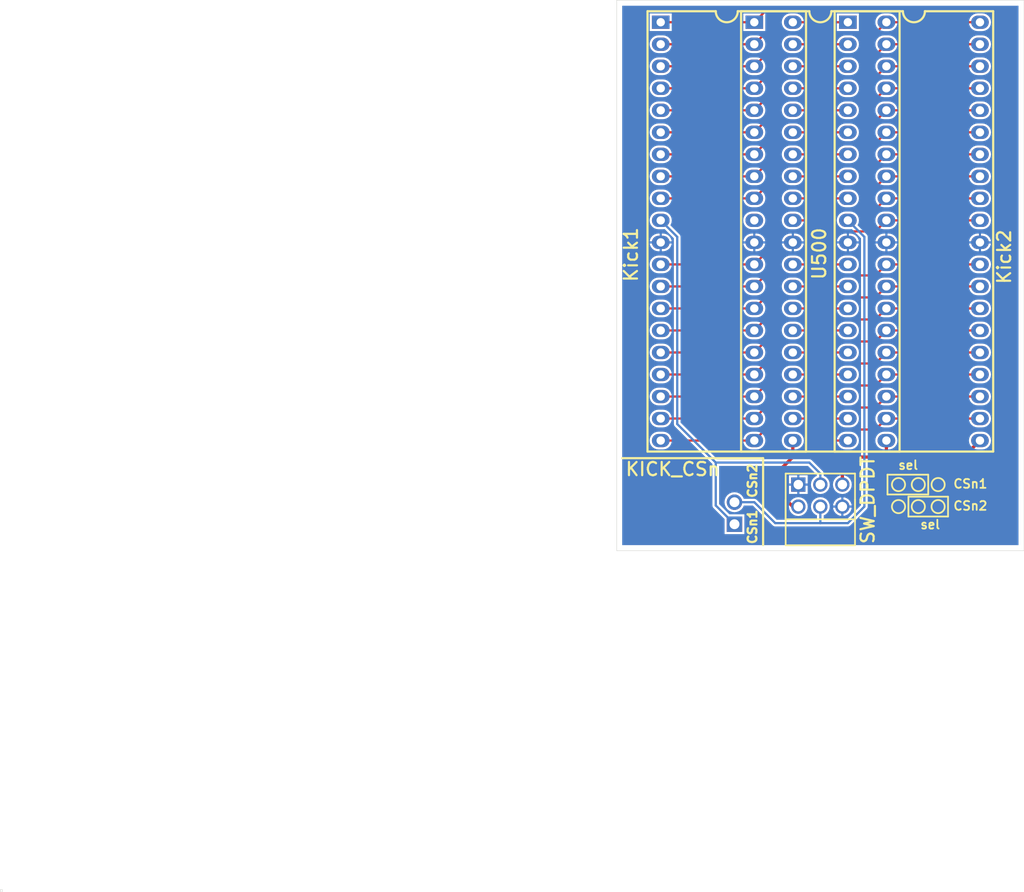
<source format=kicad_pcb>
(kicad_pcb (version 20231014) (generator "pcbnew") (generator_version "7.99")
  (layers (0 "F.Cu" signal "Top Layer") (31 "B.Cu" signal "Bottom Layer") (34 "B.Paste" user "Bottom Paste") (35 "F.Paste" user "Top Paste") (36 "B.SilkS" user "Bottom Overlay") (37 "F.SilkS" user "Top Overlay") (38 "B.Mask" user "Bottom Solder") (39 "F.Mask" user "Top Solder") (44 "Edge.Cuts" user))
  (net 0 "")
  (net 1 "NC")
  (net 2 "GND")
  (net 3 "VCC")
  (net 4 "OEn")
  (net 5 "D15")
  (net 6 "D14")
  (net 7 "D13")
  (net 8 "D12")
  (net 9 "D11")
  (net 10 "D10")
  (net 11 "D9")
  (net 12 "D8")
  (net 13 "D7")
  (net 14 "D6")
  (net 15 "D5")
  (net 16 "D4")
  (net 17 "D3")
  (net 18 "D2")
  (net 19 "D1")
  (net 20 "D0")
  (net 21 "CSn_A")
  (net 22 "CSN_B")
  (net 23 "CSN_A")
  (net 24 "A17")
  (net 25 "A16")
  (net 26 "A15")
  (net 27 "A14")
  (net 28 "A13")
  (net 29 "A12")
  (net 30 "A11")
  (net 31 "A10")
  (net 32 "A9")
  (net 33 "A8")
  (net 34 "A7")
  (net 35 "A6")
  (net 36 "A5")
  (net 37 "A4")
  (net 38 "A3")
  (net 39 "A2")
  (net 40 "A1")
  (net 41 "A0")
  (net 42 "CSn_B")
  (net 43 "CSn_SLOT")
  (footprint "MyConnectors.IntLib:Amphenol   10129382-906002BLF alt" (layer "F.Cu") (at 184.0611 109.4486 180)
    (property "Reference" "SW_DPDT" (at -6.34999 -6.98501 90) (layer "F.SilkS") (effects (font (size 1.524 1.524) (thickness 0.254)) (justify left bottom)))
    (property "Value" "Header 2x3 DSS" (hide yes))
    (fp_line (start 4 1.27) (end -4 1.27) (stroke (width 0.2)) (layer "F.SilkS"))
    (fp_line (start 4 -4) (end 4 1.27) (stroke (width 0.2)) (layer "F.SilkS"))
    (fp_line (start 4 -4) (end -4 -4) (stroke (width 0.2)) (layer "F.SilkS"))
    (fp_line (start 4 -7) (end 4 -1.73) (stroke (width 0.2)) (layer "F.SilkS"))
    (fp_line (start 4 -7) (end -4 -7) (stroke (width 0.2)) (layer "F.SilkS"))
    (fp_line (start -4 -4) (end -4 1.27) (stroke (width 0.2)) (layer "F.SilkS"))
    (fp_line (start -4 -7) (end -4 -1.73) (stroke (width 0.2)) (layer "F.SilkS"))
    (pad "1" thru_hole rect (at 2.54 0 180) (size 1.65 1.65) (drill 1.1) (layers "*.Cu" "*.Mask") (net 2 "GND"))
    (pad "2" thru_hole circle (at 2.54 -2.54 180) (size 1.65 1.65) (drill 1.1) (layers "*.Cu" "*.Mask") (net 3 "VCC"))
    (pad "3" thru_hole circle (at 0 0 180) (size 1.65 1.65) (drill 1.1) (layers "*.Cu" "*.Mask") (net 23 "CSN_A"))
    (pad "4" thru_hole circle (at 0 -2.54 180) (size 1.65 1.65) (drill 1.1) (layers "*.Cu" "*.Mask") (net 22 "CSN_B"))
    (pad "5" thru_hole circle (at -2.54 0 180) (size 1.65 1.65) (drill 1.1) (layers "*.Cu" "*.Mask") (net 3 "VCC"))
    (pad "6" thru_hole circle (at -2.54 -2.54 180) (size 1.65 1.65) (drill 1.1) (layers "*.Cu" "*.Mask") (net 2 "GND"))
  )
  (footprint "MyConnectors.IntLib:Molex 705530001" (layer "F.Cu") (at 174.15509 114.02061 180)
    (property "Reference" "KICK_CSn" (at 12.7 5.461 0) (layer "F.SilkS") (effects (font (size 1.524 1.524) (thickness 0.254)) (justify left bottom)))
    (property "Value" "Header 1x2 DSS" (hide yes))
    (pad "1" thru_hole rect (at 0 0 180) (size 1.778 1.778) (drill 1.143) (layers "*.Cu" "*.Mask") (net 23 "CSN_A"))
    (pad "2" thru_hole circle (at 0 2.54 180) (size 1.778 1.778) (drill 1.143) (layers "*.Cu" "*.Mask") (net 22 "CSN_B"))
  )
  (footprint "MyConnectors.IntLib:DIP40 600mil 2xSIP20 spacer oval" (layer "F.Cu") (at 184.0611 80.2386)
    (property "Reference" "U500" (at 0.76199 5.71501 90) (layer "F.SilkS") (effects (font (size 1.524 1.524) (thickness 0.254)) (justify left bottom)))
    (property "Value" "DIP40 2x20 600mil" (hide yes))
    (fp_line (start -9.144 -25.4) (end -1.27 -25.4) (stroke (width 0.254)) (layer "F.SilkS"))
    (fp_line (start -9.144 25.4) (end -9.144 -25.4) (stroke (width 0.254)) (layer "F.SilkS"))
    (fp_line (start -9.144 25.4) (end 9.144 25.4) (stroke (width 0.254)) (layer "F.SilkS"))
    (fp_line (start 1.27 -25.4) (end 9.144 -25.4) (stroke (width 0.254)) (layer "F.SilkS"))
    (fp_line (start 9.144 25.4) (end 9.144 -25.4) (stroke (width 0.254)) (layer "F.SilkS"))
    (fp_arc (start 1.27 -25.4) (mid 0 -24.13) (end -1.27 -25.4) (stroke (width 0.254)) (layer "F.SilkS"))
    (pad "1" thru_hole rect (at -7.62 -24.13) (size 2.032 1.524) (drill 0.9652) (layers "*.Cu" "*.Mask") (net 1 "NC"))
    (pad "2" thru_hole oval (at -7.62 -21.59) (size 2.032 1.524) (drill 0.9652) (layers "*.Cu" "*.Mask") (net 34 "A7"))
    (pad "3" thru_hole oval (at -7.62 -19.05) (size 2.032 1.524) (drill 0.9652) (layers "*.Cu" "*.Mask") (net 35 "A6"))
    (pad "4" thru_hole oval (at -7.62 -16.51) (size 2.032 1.524) (drill 0.9652) (layers "*.Cu" "*.Mask") (net 36 "A5"))
    (pad "5" thru_hole oval (at -7.62 -13.97) (size 2.032 1.524) (drill 0.9652) (layers "*.Cu" "*.Mask") (net 37 "A4"))
    (pad "6" thru_hole oval (at -7.62 -11.43) (size 2.032 1.524) (drill 0.9652) (layers "*.Cu" "*.Mask") (net 38 "A3"))
    (pad "7" thru_hole oval (at -7.62 -8.89) (size 2.032 1.524) (drill 0.9652) (layers "*.Cu" "*.Mask") (net 39 "A2"))
    (pad "8" thru_hole oval (at -7.62 -6.35) (size 2.032 1.524) (drill 0.9652) (layers "*.Cu" "*.Mask") (net 40 "A1"))
    (pad "9" thru_hole oval (at -7.62 -3.81) (size 2.032 1.524) (drill 0.9652) (layers "*.Cu" "*.Mask") (net 41 "A0"))
    (pad "10" thru_hole oval (at -7.62 -1.27) (size 2.032 1.524) (drill 0.9652) (layers "*.Cu" "*.Mask") (net 43 "CSn_SLOT"))
    (pad "11" thru_hole oval (at -7.62 1.27) (size 2.032 1.524) (drill 0.9652) (layers "*.Cu" "*.Mask") (net 2 "GND"))
    (pad "12" thru_hole oval (at -7.62 3.81) (size 2.032 1.524) (drill 0.9652) (layers "*.Cu" "*.Mask") (net 4 "OEn"))
    (pad "13" thru_hole oval (at -7.62 6.35) (size 2.032 1.524) (drill 0.9652) (layers "*.Cu" "*.Mask") (net 20 "D0"))
    (pad "14" thru_hole oval (at -7.62 8.89) (size 2.032 1.524) (drill 0.9652) (layers "*.Cu" "*.Mask") (net 12 "D8"))
    (pad "15" thru_hole oval (at -7.62 11.43) (size 2.032 1.524) (drill 0.9652) (layers "*.Cu" "*.Mask") (net 19 "D1"))
    (pad "16" thru_hole oval (at -7.62 13.97) (size 2.032 1.524) (drill 0.9652) (layers "*.Cu" "*.Mask") (net 11 "D9"))
    (pad "17" thru_hole oval (at -7.62 16.51) (size 2.032 1.524) (drill 0.9652) (layers "*.Cu" "*.Mask") (net 18 "D2"))
    (pad "18" thru_hole oval (at -7.62 19.05) (size 2.032 1.524) (drill 0.9652) (layers "*.Cu" "*.Mask") (net 10 "D10"))
    (pad "19" thru_hole oval (at -7.62 21.59) (size 2.032 1.524) (drill 0.9652) (layers "*.Cu" "*.Mask") (net 17 "D3"))
    (pad "20" thru_hole oval (at -7.62 24.13) (size 2.032 1.524) (drill 0.9652) (layers "*.Cu" "*.Mask") (net 9 "D11"))
    (pad "21" thru_hole oval (at 7.62 24.13 180) (size 2.032 1.524) (drill 0.9652) (layers "*.Cu" "*.Mask") (net 3 "VCC"))
    (pad "22" thru_hole oval (at 7.62 21.59 180) (size 2.032 1.524) (drill 0.9652) (layers "*.Cu" "*.Mask") (net 16 "D4"))
    (pad "23" thru_hole oval (at 7.62 19.05 180) (size 2.032 1.524) (drill 0.9652) (layers "*.Cu" "*.Mask") (net 8 "D12"))
    (pad "24" thru_hole oval (at 7.62 16.51 180) (size 2.032 1.524) (drill 0.9652) (layers "*.Cu" "*.Mask") (net 15 "D5"))
    (pad "25" thru_hole oval (at 7.62 13.97 180) (size 2.032 1.524) (drill 0.9652) (layers "*.Cu" "*.Mask") (net 7 "D13"))
    (pad "26" thru_hole oval (at 7.62 11.43 180) (size 2.032 1.524) (drill 0.9652) (layers "*.Cu" "*.Mask") (net 14 "D6"))
    (pad "27" thru_hole oval (at 7.62 8.89 180) (size 2.032 1.524) (drill 0.9652) (layers "*.Cu" "*.Mask") (net 6 "D14"))
    (pad "28" thru_hole oval (at 7.62 6.35 180) (size 2.032 1.524) (drill 0.9652) (layers "*.Cu" "*.Mask") (net 13 "D7"))
    (pad "29" thru_hole oval (at 7.62 3.81 180) (size 2.032 1.524) (drill 0.9652) (layers "*.Cu" "*.Mask") (net 5 "D15"))
    (pad "30" thru_hole oval (at 7.62 1.27 180) (size 2.032 1.524) (drill 0.9652) (layers "*.Cu" "*.Mask") (net 2 "GND"))
    (pad "31" thru_hole oval (at 7.62 -1.27 180) (size 2.032 1.524) (drill 0.9652) (layers "*.Cu" "*.Mask") (net 24 "A17"))
    (pad "32" thru_hole oval (at 7.62 -3.81 180) (size 2.032 1.524) (drill 0.9652) (layers "*.Cu" "*.Mask") (net 25 "A16"))
    (pad "33" thru_hole oval (at 7.62 -6.35) (size 2.032 1.524) (drill 0.9652) (layers "*.Cu" "*.Mask") (net 26 "A15"))
    (pad "34" thru_hole oval (at 7.62 -8.89) (size 2.032 1.524) (drill 0.9652) (layers "*.Cu" "*.Mask") (net 27 "A14"))
    (pad "35" thru_hole oval (at 7.62 -11.43) (size 2.032 1.524) (drill 0.9652) (layers "*.Cu" "*.Mask") (net 28 "A13"))
    (pad "36" thru_hole oval (at 7.62 -13.97) (size 2.032 1.524) (drill 0.9652) (layers "*.Cu" "*.Mask") (net 29 "A12"))
    (pad "37" thru_hole oval (at 7.62 -16.51) (size 2.032 1.524) (drill 0.9652) (layers "*.Cu" "*.Mask") (net 30 "A11"))
    (pad "38" thru_hole oval (at 7.62 -19.05) (size 2.032 1.524) (drill 0.9652) (layers "*.Cu" "*.Mask") (net 31 "A10"))
    (pad "39" thru_hole oval (at 7.62 -21.59) (size 2.032 1.524) (drill 0.9652) (layers "*.Cu" "*.Mask") (net 32 "A9"))
    (pad "40" thru_hole oval (at 7.62 -24.13) (size 2.032 1.524) (drill 0.9652) (layers "*.Cu" "*.Mask") (net 33 "A8"))
  )
  (footprint "MyConnectors.IntLib:DIP40 600mil 2xSIP20 oval" (layer "F.Cu") (at 194.85609 80.23861)
    (property "Reference" "Kick2" (at 11.303 6.223 90) (layer "F.SilkS") (effects (font (size 1.524 1.524) (thickness 0.254)) (justify left bottom)))
    (property "Value" "DIP40 2x20 600mil" (hide yes))
    (fp_line (start -9.144 -25.4) (end -1.27 -25.4) (stroke (width 0.254)) (layer "F.SilkS"))
    (fp_line (start -9.144 25.4) (end -9.144 -25.4) (stroke (width 0.254)) (layer "F.SilkS"))
    (fp_line (start -9.144 25.4) (end 9.144 25.4) (stroke (width 0.254)) (layer "F.SilkS"))
    (fp_line (start 1.27 -25.4) (end 9.144 -25.4) (stroke (width 0.254)) (layer "F.SilkS"))
    (fp_line (start 9.144 25.4) (end 9.144 -25.4) (stroke (width 0.254)) (layer "F.SilkS"))
    (fp_arc (start 1.27 -25.4) (mid 0 -24.13) (end -1.27 -25.4) (stroke (width 0.254)) (layer "F.SilkS"))
    (pad "1" thru_hole rect (at -7.62 -24.13) (size 2.032 1.524) (drill 0.9652) (layers "*.Cu" "*.Mask") (net 1 "NC"))
    (pad "2" thru_hole oval (at -7.62 -21.59) (size 2.032 1.524) (drill 0.9652) (layers "*.Cu" "*.Mask") (net 34 "A7"))
    (pad "3" thru_hole oval (at -7.62 -19.05) (size 2.032 1.524) (drill 0.9652) (layers "*.Cu" "*.Mask") (net 35 "A6"))
    (pad "4" thru_hole oval (at -7.62 -16.51) (size 2.032 1.524) (drill 0.9652) (layers "*.Cu" "*.Mask") (net 36 "A5"))
    (pad "5" thru_hole oval (at -7.62 -13.97) (size 2.032 1.524) (drill 0.9652) (layers "*.Cu" "*.Mask") (net 37 "A4"))
    (pad "6" thru_hole oval (at -7.62 -11.43) (size 2.032 1.524) (drill 0.9652) (layers "*.Cu" "*.Mask") (net 38 "A3"))
    (pad "7" thru_hole oval (at -7.62 -8.89) (size 2.032 1.524) (drill 0.9652) (layers "*.Cu" "*.Mask") (net 39 "A2"))
    (pad "8" thru_hole oval (at -7.62 -6.35) (size 2.032 1.524) (drill 0.9652) (layers "*.Cu" "*.Mask") (net 40 "A1"))
    (pad "9" thru_hole oval (at -7.62 -3.81) (size 2.032 1.524) (drill 0.9652) (layers "*.Cu" "*.Mask") (net 41 "A0"))
    (pad "10" thru_hole oval (at -7.62 -1.27) (size 2.032 1.524) (drill 0.9652) (layers "*.Cu" "*.Mask") (net 42 "CSn_B"))
    (pad "11" thru_hole oval (at -7.62 1.27) (size 2.032 1.524) (drill 0.9652) (layers "*.Cu" "*.Mask") (net 2 "GND"))
    (pad "12" thru_hole oval (at -7.62 3.81) (size 2.032 1.524) (drill 0.9652) (layers "*.Cu" "*.Mask") (net 4 "OEn"))
    (pad "13" thru_hole oval (at -7.62 6.35) (size 2.032 1.524) (drill 0.9652) (layers "*.Cu" "*.Mask") (net 20 "D0"))
    (pad "14" thru_hole oval (at -7.62 8.89) (size 2.032 1.524) (drill 0.9652) (layers "*.Cu" "*.Mask") (net 12 "D8"))
    (pad "15" thru_hole oval (at -7.62 11.43) (size 2.032 1.524) (drill 0.9652) (layers "*.Cu" "*.Mask") (net 19 "D1"))
    (pad "16" thru_hole oval (at -7.62 13.97) (size 2.032 1.524) (drill 0.9652) (layers "*.Cu" "*.Mask") (net 11 "D9"))
    (pad "17" thru_hole oval (at -7.62 16.51) (size 2.032 1.524) (drill 0.9652) (layers "*.Cu" "*.Mask") (net 18 "D2"))
    (pad "18" thru_hole oval (at -7.62 19.05) (size 2.032 1.524) (drill 0.9652) (layers "*.Cu" "*.Mask") (net 10 "D10"))
    (pad "19" thru_hole oval (at -7.62 21.59) (size 2.032 1.524) (drill 0.9652) (layers "*.Cu" "*.Mask") (net 17 "D3"))
    (pad "20" thru_hole oval (at -7.62 24.13) (size 2.032 1.524) (drill 0.9652) (layers "*.Cu" "*.Mask") (net 9 "D11"))
    (pad "21" thru_hole oval (at 7.62 24.13 180) (size 2.032 1.524) (drill 0.9652) (layers "*.Cu" "*.Mask") (net 3 "VCC"))
    (pad "22" thru_hole oval (at 7.62 21.59 180) (size 2.032 1.524) (drill 0.9652) (layers "*.Cu" "*.Mask") (net 16 "D4"))
    (pad "23" thru_hole oval (at 7.62 19.05 180) (size 2.032 1.524) (drill 0.9652) (layers "*.Cu" "*.Mask") (net 8 "D12"))
    (pad "24" thru_hole oval (at 7.62 16.51 180) (size 2.032 1.524) (drill 0.9652) (layers "*.Cu" "*.Mask") (net 15 "D5"))
    (pad "25" thru_hole oval (at 7.62 13.97 180) (size 2.032 1.524) (drill 0.9652) (layers "*.Cu" "*.Mask") (net 7 "D13"))
    (pad "26" thru_hole oval (at 7.62 11.43 180) (size 2.032 1.524) (drill 0.9652) (layers "*.Cu" "*.Mask") (net 14 "D6"))
    (pad "27" thru_hole oval (at 7.62 8.89 180) (size 2.032 1.524) (drill 0.9652) (layers "*.Cu" "*.Mask") (net 6 "D14"))
    (pad "28" thru_hole oval (at 7.62 6.35 180) (size 2.032 1.524) (drill 0.9652) (layers "*.Cu" "*.Mask") (net 13 "D7"))
    (pad "29" thru_hole oval (at 7.62 3.81 180) (size 2.032 1.524) (drill 0.9652) (layers "*.Cu" "*.Mask") (net 5 "D15"))
    (pad "30" thru_hole oval (at 7.62 1.27 180) (size 2.032 1.524) (drill 0.9652) (layers "*.Cu" "*.Mask") (net 2 "GND"))
    (pad "31" thru_hole oval (at 7.62 -1.27 180) (size 2.032 1.524) (drill 0.9652) (layers "*.Cu" "*.Mask") (net 24 "A17"))
    (pad "32" thru_hole oval (at 7.62 -3.81 180) (size 2.032 1.524) (drill 0.9652) (layers "*.Cu" "*.Mask") (net 25 "A16"))
    (pad "33" thru_hole oval (at 7.62 -6.35) (size 2.032 1.524) (drill 0.9652) (layers "*.Cu" "*.Mask") (net 26 "A15"))
    (pad "34" thru_hole oval (at 7.62 -8.89) (size 2.032 1.524) (drill 0.9652) (layers "*.Cu" "*.Mask") (net 27 "A14"))
    (pad "35" thru_hole oval (at 7.62 -11.43) (size 2.032 1.524) (drill 0.9652) (layers "*.Cu" "*.Mask") (net 28 "A13"))
    (pad "36" thru_hole oval (at 7.62 -13.97) (size 2.032 1.524) (drill 0.9652) (layers "*.Cu" "*.Mask") (net 29 "A12"))
    (pad "37" thru_hole oval (at 7.62 -16.51) (size 2.032 1.524) (drill 0.9652) (layers "*.Cu" "*.Mask") (net 30 "A11"))
    (pad "38" thru_hole oval (at 7.62 -19.05) (size 2.032 1.524) (drill 0.9652) (layers "*.Cu" "*.Mask") (net 31 "A10"))
    (pad "39" thru_hole oval (at 7.62 -21.59) (size 2.032 1.524) (drill 0.9652) (layers "*.Cu" "*.Mask") (net 32 "A9"))
    (pad "40" thru_hole oval (at 7.62 -24.13) (size 2.032 1.524) (drill 0.9652) (layers "*.Cu" "*.Mask") (net 33 "A8"))
  )
  (footprint "MyConnectors.IntLib:DIP40 600mil 2xSIP20 oval" (layer "F.Cu") (at 173.2661 80.2386)
    (property "Reference" "Kick1" (at -10.16001 5.96901 90) (layer "F.SilkS") (effects (font (size 1.524 1.524) (thickness 0.254)) (justify left bottom)))
    (property "Value" "DIP40 2x20 600mil" (hide yes))
    (fp_line (start -9.144 -25.4) (end -1.27 -25.4) (stroke (width 0.254)) (layer "F.SilkS"))
    (fp_line (start -9.144 25.4) (end -9.144 -25.4) (stroke (width 0.254)) (layer "F.SilkS"))
    (fp_line (start -9.144 25.4) (end 9.144 25.4) (stroke (width 0.254)) (layer "F.SilkS"))
    (fp_line (start 1.27 -25.4) (end 9.144 -25.4) (stroke (width 0.254)) (layer "F.SilkS"))
    (fp_line (start 9.144 25.4) (end 9.144 -25.4) (stroke (width 0.254)) (layer "F.SilkS"))
    (fp_arc (start 1.27 -25.4) (mid 0 -24.13) (end -1.27 -25.4) (stroke (width 0.254)) (layer "F.SilkS"))
    (pad "1" thru_hole rect (at -7.62 -24.13) (size 2.032 1.524) (drill 0.9652) (layers "*.Cu" "*.Mask") (net 1 "NC"))
    (pad "2" thru_hole oval (at -7.62 -21.59) (size 2.032 1.524) (drill 0.9652) (layers "*.Cu" "*.Mask") (net 34 "A7"))
    (pad "3" thru_hole oval (at -7.62 -19.05) (size 2.032 1.524) (drill 0.9652) (layers "*.Cu" "*.Mask") (net 35 "A6"))
    (pad "4" thru_hole oval (at -7.62 -16.51) (size 2.032 1.524) (drill 0.9652) (layers "*.Cu" "*.Mask") (net 36 "A5"))
    (pad "5" thru_hole oval (at -7.62 -13.97) (size 2.032 1.524) (drill 0.9652) (layers "*.Cu" "*.Mask") (net 37 "A4"))
    (pad "6" thru_hole oval (at -7.62 -11.43) (size 2.032 1.524) (drill 0.9652) (layers "*.Cu" "*.Mask") (net 38 "A3"))
    (pad "7" thru_hole oval (at -7.62 -8.89) (size 2.032 1.524) (drill 0.9652) (layers "*.Cu" "*.Mask") (net 39 "A2"))
    (pad "8" thru_hole oval (at -7.62 -6.35) (size 2.032 1.524) (drill 0.9652) (layers "*.Cu" "*.Mask") (net 40 "A1"))
    (pad "9" thru_hole oval (at -7.62 -3.81) (size 2.032 1.524) (drill 0.9652) (layers "*.Cu" "*.Mask") (net 41 "A0"))
    (pad "10" thru_hole oval (at -7.62 -1.27) (size 2.032 1.524) (drill 0.9652) (layers "*.Cu" "*.Mask") (net 21 "CSn_A"))
    (pad "11" thru_hole oval (at -7.62 1.27) (size 2.032 1.524) (drill 0.9652) (layers "*.Cu" "*.Mask") (net 2 "GND"))
    (pad "12" thru_hole oval (at -7.62 3.81) (size 2.032 1.524) (drill 0.9652) (layers "*.Cu" "*.Mask") (net 4 "OEn"))
    (pad "13" thru_hole oval (at -7.62 6.35) (size 2.032 1.524) (drill 0.9652) (layers "*.Cu" "*.Mask") (net 20 "D0"))
    (pad "14" thru_hole oval (at -7.62 8.89) (size 2.032 1.524) (drill 0.9652) (layers "*.Cu" "*.Mask") (net 12 "D8"))
    (pad "15" thru_hole oval (at -7.62 11.43) (size 2.032 1.524) (drill 0.9652) (layers "*.Cu" "*.Mask") (net 19 "D1"))
    (pad "16" thru_hole oval (at -7.62 13.97) (size 2.032 1.524) (drill 0.9652) (layers "*.Cu" "*.Mask") (net 11 "D9"))
    (pad "17" thru_hole oval (at -7.62 16.51) (size 2.032 1.524) (drill 0.9652) (layers "*.Cu" "*.Mask") (net 18 "D2"))
    (pad "18" thru_hole oval (at -7.62 19.05) (size 2.032 1.524) (drill 0.9652) (layers "*.Cu" "*.Mask") (net 10 "D10"))
    (pad "19" thru_hole oval (at -7.62 21.59) (size 2.032 1.524) (drill 0.9652) (layers "*.Cu" "*.Mask") (net 17 "D3"))
    (pad "20" thru_hole oval (at -7.62 24.13) (size 2.032 1.524) (drill 0.9652) (layers "*.Cu" "*.Mask") (net 9 "D11"))
    (pad "21" thru_hole oval (at 7.62 24.13 180) (size 2.032 1.524) (drill 0.9652) (layers "*.Cu" "*.Mask") (net 3 "VCC"))
    (pad "22" thru_hole oval (at 7.62 21.59 180) (size 2.032 1.524) (drill 0.9652) (layers "*.Cu" "*.Mask") (net 16 "D4"))
    (pad "23" thru_hole oval (at 7.62 19.05 180) (size 2.032 1.524) (drill 0.9652) (layers "*.Cu" "*.Mask") (net 8 "D12"))
    (pad "24" thru_hole oval (at 7.62 16.51 180) (size 2.032 1.524) (drill 0.9652) (layers "*.Cu" "*.Mask") (net 15 "D5"))
    (pad "25" thru_hole oval (at 7.62 13.97 180) (size 2.032 1.524) (drill 0.9652) (layers "*.Cu" "*.Mask") (net 7 "D13"))
    (pad "26" thru_hole oval (at 7.62 11.43 180) (size 2.032 1.524) (drill 0.9652) (layers "*.Cu" "*.Mask") (net 14 "D6"))
    (pad "27" thru_hole oval (at 7.62 8.89 180) (size 2.032 1.524) (drill 0.9652) (layers "*.Cu" "*.Mask") (net 6 "D14"))
    (pad "28" thru_hole oval (at 7.62 6.35 180) (size 2.032 1.524) (drill 0.9652) (layers "*.Cu" "*.Mask") (net 13 "D7"))
    (pad "29" thru_hole oval (at 7.62 3.81 180) (size 2.032 1.524) (drill 0.9652) (layers "*.Cu" "*.Mask") (net 5 "D15"))
    (pad "30" thru_hole oval (at 7.62 1.27 180) (size 2.032 1.524) (drill 0.9652) (layers "*.Cu" "*.Mask") (net 2 "GND"))
    (pad "31" thru_hole oval (at 7.62 -1.27 180) (size 2.032 1.524) (drill 0.9652) (layers "*.Cu" "*.Mask") (net 24 "A17"))
    (pad "32" thru_hole oval (at 7.62 -3.81 180) (size 2.032 1.524) (drill 0.9652) (layers "*.Cu" "*.Mask") (net 25 "A16"))
    (pad "33" thru_hole oval (at 7.62 -6.35) (size 2.032 1.524) (drill 0.9652) (layers "*.Cu" "*.Mask") (net 26 "A15"))
    (pad "34" thru_hole oval (at 7.62 -8.89) (size 2.032 1.524) (drill 0.9652) (layers "*.Cu" "*.Mask") (net 27 "A14"))
    (pad "35" thru_hole oval (at 7.62 -11.43) (size 2.032 1.524) (drill 0.9652) (layers "*.Cu" "*.Mask") (net 28 "A13"))
    (pad "36" thru_hole oval (at 7.62 -13.97) (size 2.032 1.524) (drill 0.9652) (layers "*.Cu" "*.Mask") (net 29 "A12"))
    (pad "37" thru_hole oval (at 7.62 -16.51) (size 2.032 1.524) (drill 0.9652) (layers "*.Cu" "*.Mask") (net 30 "A11"))
    (pad "38" thru_hole oval (at 7.62 -19.05) (size 2.032 1.524) (drill 0.9652) (layers "*.Cu" "*.Mask") (net 31 "A10"))
    (pad "39" thru_hole oval (at 7.62 -21.59) (size 2.032 1.524) (drill 0.9652) (layers "*.Cu" "*.Mask") (net 32 "A9"))
    (pad "40" thru_hole oval (at 7.62 -24.13) (size 2.032 1.524) (drill 0.9652) (layers "*.Cu" "*.Mask") (net 33 "A8"))
  )
  (gr_line (start 191.80809 108.30561) (end 196.50709 108.30561) (stroke (width 0.2032)) (layer "F.SilkS"))
  (gr_circle (center 197.65009 111.98861) (end 197.65009 111.22661) (stroke (width 0.2032)) (fill none) (layer "F.SilkS"))
  (gr_line (start 196.50709 110.59161) (end 196.50709 108.30561) (stroke (width 0.2032)) (layer "F.SilkS"))
  (gr_circle (center 193.07809 109.44861) (end 193.07809 108.68661) (stroke (width 0.2032)) (fill none) (layer "F.SilkS"))
  (gr_line (start 194.22109 113.13161) (end 194.22109 110.84561) (stroke (width 0.2032)) (layer "F.SilkS"))
  (gr_line (start 161.20109 106.40061) (end 177.45709 106.40061) (stroke (width 0.254)) (layer "F.SilkS"))
  (gr_line (start 191.80809 110.59161) (end 196.50709 110.59161) (stroke (width 0.2032)) (layer "F.SilkS"))
  (gr_circle (center 197.65009 109.44861) (end 197.65009 108.68661) (stroke (width 0.2032)) (fill none) (layer "F.SilkS"))
  (gr_circle (center 195.36409 111.98861) (end 195.36409 111.22661) (stroke (width 0.2032)) (fill none) (layer "F.SilkS"))
  (gr_line (start 177.45709 116.43361) (end 177.45709 106.40061) (stroke (width 0.254)) (layer "F.SilkS"))
  (gr_circle (center 195.36409 109.44861) (end 195.36409 108.68661) (stroke (width 0.2032)) (fill none) (layer "F.SilkS"))
  (gr_circle (center 193.07809 111.98861) (end 193.07809 111.22661) (stroke (width 0.2032)) (fill none) (layer "F.SilkS"))
  (gr_line (start 198.79309 113.13161) (end 198.79309 110.84561) (stroke (width 0.2032)) (layer "F.SilkS"))
  (gr_line (start 194.22109 113.13161) (end 198.79309 113.13161) (stroke (width 0.2032)) (layer "F.SilkS"))
  (gr_line (start 194.22109 110.84561) (end 198.79309 110.84561) (stroke (width 0.2032)) (layer "F.SilkS"))
  (gr_line (start 191.80809 110.59161) (end 191.80809 108.30561) (stroke (width 0.2032)) (layer "F.SilkS"))
  (gr_line (start 89.7001 156.1846) (end 89.4461 156.1846) (stroke (width 0.05)) (layer "Edge.Cuts"))
  (gr_line (start 89.4461 156.1846) (end 89.4461 156.4386) (stroke (width 0.05)) (layer "Edge.Cuts"))
  (gr_line (start 160.5661 53.5686) (end 160.5661 117.0686) (stroke (width 0.05)) (layer "Edge.Cuts"))
  (gr_line (start 160.5661 117.0686) (end 207.5561 117.0686) (stroke (width 0.05)) (layer "Edge.Cuts"))
  (gr_line (start 207.5561 117.0686) (end 207.5561 53.5686) (stroke (width 0.05)) (layer "Edge.Cuts"))
  (gr_line (start 89.4461 156.4386) (end 89.7001 156.4386) (stroke (width 0.05)) (layer "Edge.Cuts"))
  (gr_line (start 89.7001 156.4386) (end 89.7001 156.1846) (stroke (width 0.05)) (layer "Edge.Cuts"))
  (gr_line (start 207.5561 53.5686) (end 160.5661 53.5686) (stroke (width 0.05)) (layer "Edge.Cuts"))
  (gr_text "sel" (at 195.49109 114.65561 360) (layer "F.SilkS") (effects (font (size 1.016 1.016) (thickness 0.2032)) (justify left bottom)))
  (gr_text "CSn1" (at 176.82209 116.43361 90) (layer "F.SilkS") (effects (font (size 1.016 1.016) (thickness 0.254)) (justify left bottom)))
  (gr_text "CSn1" (at 199.30109 109.95661 360) (layer "F.SilkS") (effects (font (size 1.016 1.016) (thickness 0.2032)) (justify left bottom)))
  (gr_text "CSn2" (at 199.30109 112.49661 360) (layer "F.SilkS") (effects (font (size 1.016 1.016) (thickness 0.2032)) (justify left bottom)))
  (gr_text "sel" (at 192.95109 107.79761 360) (layer "F.SilkS") (effects (font (size 1.016 1.016) (thickness 0.2032)) (justify left bottom)))
  (gr_text "CSn2" (at 176.82209 111.09961 90) (layer "F.SilkS") (effects (font (size 1.016 1.016) (thickness 0.254)) (justify left bottom)))
  (segment (start 181.42771 54.8386) (end 183.4261 54.8386) (width 0.254) (layer "F.Cu") (net 1))
  (segment (start 176.4411 56.1086) (end 177.7221 54.8276) (width 0.254) (layer "F.Cu") (net 1))
  (segment (start 184.6961 56.1086) (end 187.2361 56.1086) (width 0.254) (layer "F.Cu") (net 1))
  (segment (start 177.7221 54.8276) (end 181.41671 54.8276) (width 0.254) (layer "F.Cu") (net 1))
  (segment (start 183.4261 54.8386) (end 184.6961 56.1086) (width 0.254) (layer "F.Cu") (net 1))
  (segment (start 165.6461 56.1086) (end 176.4411 56.1086) (width 0.254) (layer "F.Cu") (net 1))
  (segment (start 181.41671 54.8276) (end 181.42771 54.8386) (width 0.254) (layer "F.Cu") (net 1))
  (segment (start 191.6811 106.2736) (end 191.6811 104.3686) (width 0.381) (layer "F.Cu") (net 3))
  (segment (start 191.6811 106.2736) (end 200.5711 106.2736) (width 0.381) (layer "F.Cu") (net 3))
  (segment (start 180.8861 106.2736) (end 180.8861 104.3686) (width 0.381) (layer "F.Cu") (net 3))
  (segment (start 179.6161 110.7186) (end 179.6161 107.5436) (width 0.381) (layer "F.Cu") (net 3))
  (segment (start 200.5711 106.2736) (end 202.4761 104.3686) (width 0.381) (layer "F.Cu") (net 3))
  (segment (start 179.6161 110.7186) (end 180.8861 111.9886) (width 0.381) (layer "F.Cu") (net 3))
  (segment (start 180.8861 106.2736) (end 186.6011 106.2736) (width 0.381) (layer "F.Cu") (net 3))
  (segment (start 179.6161 107.5436) (end 180.8861 106.2736) (width 0.381) (layer "F.Cu") (net 3))
  (segment (start 180.8861 111.9886) (end 181.5211 111.9886) (width 0.381) (layer "F.Cu") (net 3))
  (segment (start 186.6011 106.2736) (end 191.6811 106.2736) (width 0.381) (layer "F.Cu") (net 3))
  (segment (start 186.6011 109.4486) (end 186.6011 106.2736) (width 0.381) (layer "F.Cu") (net 3))
  (segment (start 183.4261 82.7786) (end 184.6961 84.0486) (width 0.254) (layer "F.Cu") (net 4))
  (segment (start 177.7111 82.7786) (end 183.4261 82.7786) (width 0.254) (layer "F.Cu") (net 4))
  (segment (start 184.6961 84.0486) (end 187.2361 84.0486) (width 0.254) (layer "F.Cu") (net 4))
  (segment (start 165.6461 84.0486) (end 176.4411 84.0486) (width 0.254) (layer "F.Cu") (net 4))
  (segment (start 176.4411 84.0486) (end 177.7111 82.7786) (width 0.254) (layer "F.Cu") (net 4))
  (segment (start 180.8861 84.0486) (end 183.4261 84.0486) (width 0.254) (layer "F.Cu") (net 5))
  (segment (start 190.4111 85.3186) (end 191.6811 84.0486) (width 0.254) (layer "F.Cu") (net 5))
  (segment (start 184.6961 85.3186) (end 190.4111 85.3186) (width 0.254) (layer "F.Cu") (net 5))
  (segment (start 191.6811 84.0486) (end 202.4761 84.0486) (width 0.254) (layer "F.Cu") (net 5))
  (segment (start 183.4261 84.0486) (end 184.6961 85.3186) (width 0.254) (layer "F.Cu") (net 5))
  (segment (start 191.6811 89.1286) (end 202.4761 89.1286) (width 0.254) (layer "F.Cu") (net 6))
  (segment (start 184.6961 90.3986) (end 190.4111 90.3986) (width 0.254) (layer "F.Cu") (net 6))
  (segment (start 190.4111 90.3986) (end 191.6811 89.1286) (width 0.254) (layer "F.Cu") (net 6))
  (segment (start 183.4261 89.1286) (end 184.6961 90.3986) (width 0.254) (layer "F.Cu") (net 6))
  (segment (start 180.8861 89.1286) (end 183.4261 89.1286) (width 0.254) (layer "F.Cu") (net 6))
  (segment (start 190.4111 95.4786) (end 191.6811 94.2086) (width 0.254) (layer "F.Cu") (net 7))
  (segment (start 191.6811 94.2086) (end 202.4761 94.2086) (width 0.254) (layer "F.Cu") (net 7))
  (segment (start 180.8861 94.2086) (end 183.4261 94.2086) (width 0.254) (layer "F.Cu") (net 7))
  (segment (start 184.6961 95.4786) (end 190.4111 95.4786) (width 0.254) (layer "F.Cu") (net 7))
  (segment (start 183.4261 94.2086) (end 184.6961 95.4786) (width 0.254) (layer "F.Cu") (net 7))
  (segment (start 183.4261 99.2886) (end 184.6961 100.5586) (width 0.254) (layer "F.Cu") (net 8))
  (segment (start 180.8861 99.2886) (end 183.4261 99.2886) (width 0.254) (layer "F.Cu") (net 8))
  (segment (start 184.6961 100.5586) (end 190.4111 100.5586) (width 0.254) (layer "F.Cu") (net 8))
  (segment (start 191.6811 99.2886) (end 202.4761 99.2886) (width 0.254) (layer "F.Cu") (net 8))
  (segment (start 190.4111 100.5586) (end 191.6811 99.2886) (width 0.254) (layer "F.Cu") (net 8))
  (segment (start 177.7111 103.0986) (end 183.4261 103.0986) (width 0.254) (layer "F.Cu") (net 9))
  (segment (start 183.4261 103.0986) (end 184.6961 104.3686) (width 0.254) (layer "F.Cu") (net 9))
  (segment (start 176.4411 104.3686) (end 177.7111 103.0986) (width 0.254) (layer "F.Cu") (net 9))
  (segment (start 165.6461 104.3686) (end 176.4411 104.3686) (width 0.254) (layer "F.Cu") (net 9))
  (segment (start 184.6961 104.3686) (end 187.2361 104.3686) (width 0.254) (layer "F.Cu") (net 9))
  (segment (start 165.6461 99.2886) (end 176.4411 99.2886) (width 0.254) (layer "F.Cu") (net 10))
  (segment (start 177.7111 98.0186) (end 183.4261 98.0186) (width 0.254) (layer "F.Cu") (net 10))
  (segment (start 184.6961 99.2886) (end 187.2361 99.2886) (width 0.254) (layer "F.Cu") (net 10))
  (segment (start 183.4261 98.0186) (end 184.6961 99.2886) (width 0.254) (layer "F.Cu") (net 10))
  (segment (start 176.4411 99.2886) (end 177.7111 98.0186) (width 0.254) (layer "F.Cu") (net 10))
  (segment (start 184.6961 94.2086) (end 187.2361 94.2086) (width 0.254) (layer "F.Cu") (net 11))
  (segment (start 176.4411 94.2086) (end 177.7111 92.9386) (width 0.254) (layer "F.Cu") (net 11))
  (segment (start 183.4261 92.9386) (end 184.6961 94.2086) (width 0.254) (layer "F.Cu") (net 11))
  (segment (start 177.7111 92.9386) (end 183.4261 92.9386) (width 0.254) (layer "F.Cu") (net 11))
  (segment (start 165.6461 94.2086) (end 176.4411 94.2086) (width 0.254) (layer "F.Cu") (net 11))
  (segment (start 183.4261 87.8586) (end 184.6961 89.1286) (width 0.254) (layer "F.Cu") (net 12))
  (segment (start 177.7111 87.8586) (end 183.4261 87.8586) (width 0.254) (layer "F.Cu") (net 12))
  (segment (start 165.6461 89.1286) (end 176.4411 89.1286) (width 0.254) (layer "F.Cu") (net 12))
  (segment (start 176.4411 89.1286) (end 177.7111 87.8586) (width 0.254) (layer "F.Cu") (net 12))
  (segment (start 184.6961 89.1286) (end 187.2361 89.1286) (width 0.254) (layer "F.Cu") (net 12))
  (segment (start 180.8861 86.5886) (end 183.4261 86.5886) (width 0.254) (layer "F.Cu") (net 13))
  (segment (start 183.4261 86.5886) (end 184.6961 87.8586) (width 0.254) (layer "F.Cu") (net 13))
  (segment (start 184.6961 87.8586) (end 190.4111 87.8586) (width 0.254) (layer "F.Cu") (net 13))
  (segment (start 191.6811 86.5886) (end 202.4761 86.5886) (width 0.254) (layer "F.Cu") (net 13))
  (segment (start 190.4111 87.8586) (end 191.6811 86.5886) (width 0.254) (layer "F.Cu") (net 13))
  (segment (start 190.4111 92.9386) (end 191.6811 91.6686) (width 0.254) (layer "F.Cu") (net 14))
  (segment (start 191.6811 91.6686) (end 202.4761 91.6686) (width 0.254) (layer "F.Cu") (net 14))
  (segment (start 183.4261 91.6686) (end 184.6961 92.9386) (width 0.254) (layer "F.Cu") (net 14))
  (segment (start 180.8861 91.6686) (end 183.4261 91.6686) (width 0.254) (layer "F.Cu") (net 14))
  (segment (start 184.6961 92.9386) (end 190.4111 92.9386) (width 0.254) (layer "F.Cu") (net 14))
  (segment (start 183.4261 96.7486) (end 184.6961 98.0186) (width 0.254) (layer "F.Cu") (net 15))
  (segment (start 184.6961 98.0186) (end 190.4111 98.0186) (width 0.254) (layer "F.Cu") (net 15))
  (segment (start 180.8861 96.7486) (end 183.4261 96.7486) (width 0.254) (layer "F.Cu") (net 15))
  (segment (start 191.6811 96.7486) (end 202.4761 96.7486) (width 0.254) (layer "F.Cu") (net 15))
  (segment (start 190.4111 98.0186) (end 191.6811 96.7486) (width 0.254) (layer "F.Cu") (net 15))
  (segment (start 183.4261 101.8286) (end 184.6961 103.0986) (width 0.254) (layer "F.Cu") (net 16))
  (segment (start 191.6811 101.8286) (end 202.4761 101.8286) (width 0.254) (layer "F.Cu") (net 16))
  (segment (start 184.6961 103.0986) (end 190.4111 103.0986) (width 0.254) (layer "F.Cu") (net 16))
  (segment (start 190.4111 103.0986) (end 191.6811 101.8286) (width 0.254) (layer "F.Cu") (net 16))
  (segment (start 180.8861 101.8286) (end 183.4261 101.8286) (width 0.254) (layer "F.Cu") (net 16))
  (segment (start 184.6961 101.8286) (end 187.2361 101.8286) (width 0.254) (layer "F.Cu") (net 17))
  (segment (start 176.4411 101.8286) (end 177.7111 100.5586) (width 0.254) (layer "F.Cu") (net 17))
  (segment (start 165.6461 101.8286) (end 176.4411 101.8286) (width 0.254) (layer "F.Cu") (net 17))
  (segment (start 177.7111 100.5586) (end 183.4261 100.5586) (width 0.254) (layer "F.Cu") (net 17))
  (segment (start 183.4261 100.5586) (end 184.6961 101.8286) (width 0.254) (layer "F.Cu") (net 17))
  (segment (start 176.4411 96.7486) (end 177.7111 95.4786) (width 0.254) (layer "F.Cu") (net 18))
  (segment (start 184.6961 96.7486) (end 187.2361 96.7486) (width 0.254) (layer "F.Cu") (net 18))
  (segment (start 177.7111 95.4786) (end 183.4261 95.4786) (width 0.254) (layer "F.Cu") (net 18))
  (segment (start 183.4261 95.4786) (end 184.6961 96.7486) (width 0.254) (layer "F.Cu") (net 18))
  (segment (start 165.6461 96.7486) (end 176.4411 96.7486) (width 0.254) (layer "F.Cu") (net 18))
  (segment (start 184.6961 91.6686) (end 187.2361 91.6686) (width 0.254) (layer "F.Cu") (net 19))
  (segment (start 176.4411 91.6686) (end 177.7111 90.3986) (width 0.254) (layer "F.Cu") (net 19))
  (segment (start 177.7111 90.3986) (end 183.4261 90.3986) (width 0.254) (layer "F.Cu") (net 19))
  (segment (start 183.4261 90.3986) (end 184.6961 91.6686) (width 0.254) (layer "F.Cu") (net 19))
  (segment (start 165.6461 91.6686) (end 176.4411 91.6686) (width 0.254) (layer "F.Cu") (net 19))
  (segment (start 165.6461 86.5886) (end 176.4411 86.5886) (width 0.254) (layer "F.Cu") (net 20))
  (segment (start 184.6961 86.5886) (end 187.2361 86.5886) (width 0.254) (layer "F.Cu") (net 20))
  (segment (start 183.4261 85.3186) (end 184.6961 86.5886) (width 0.254) (layer "F.Cu") (net 20))
  (segment (start 177.7111 85.3186) (end 183.4261 85.3186) (width 0.254) (layer "F.Cu") (net 20))
  (segment (start 176.4411 86.5886) (end 177.7111 85.3186) (width 0.254) (layer "F.Cu") (net 20))
  (segment (start 187.2361 113.8936) (end 189.1411 111.9886) (width 0.254) (layer "B.Cu") (net 22))
  (segment (start 176.44109 111.48061) (end 178.85409 113.89361) (width 0.254) (layer "B.Cu") (net 22))
  (segment (start 184.0611 113.89361) (end 184.0611 111.9886) (width 0.254) (layer "B.Cu") (net 22))
  (segment (start 178.85409 113.89361) (end 184.0611 113.89361) (width 0.254) (layer "B.Cu") (net 22))
  (segment (start 174.15509 111.48061) (end 176.44109 111.48061) (width 0.254) (layer "B.Cu") (net 22))
  (segment (start 189.1411 111.9886) (end 189.1411 80.8736) (width 0.254) (layer "B.Cu") (net 22))
  (segment (start 184.0611 113.8936) (end 187.2361 113.8936) (width 0.254) (layer "B.Cu") (net 22))
  (segment (start 187.2361 78.9686) (end 189.1411 80.8736) (width 0.254) (layer "B.Cu") (net 22))
  (segment (start 171.99608 106.9086) (end 182.7911 106.9086) (width 0.254) (layer "B.Cu") (net 23))
  (segment (start 182.7911 106.9086) (end 184.0611 108.1786) (width 0.254) (layer "B.Cu") (net 23))
  (segment (start 167.5511 102.46362) (end 171.99608 106.9086) (width 0.254) (layer "B.Cu") (net 23))
  (segment (start 184.0611 109.4486) (end 184.0611 108.1786) (width 0.254) (layer "B.Cu") (net 23))
  (segment (start 165.6461 78.9686) (end 167.5511 80.8736) (width 0.254) (layer "B.Cu") (net 23))
  (segment (start 171.99608 111.8616) (end 174.15509 114.02061) (width 0.254) (layer "B.Cu") (net 23))
  (segment (start 171.99608 111.8616) (end 171.99608 106.9086) (width 0.254) (layer "B.Cu") (net 23))
  (segment (start 167.5511 102.46362) (end 167.5511 80.8736) (width 0.254) (layer "B.Cu") (net 23))
  (segment (start 191.6811 78.9686) (end 202.4761 78.9686) (width 0.254) (layer "F.Cu") (net 24))
  (segment (start 190.4111 80.2386) (end 191.6811 78.9686) (width 0.254) (layer "F.Cu") (net 24))
  (segment (start 184.6961 80.2386) (end 190.4111 80.2386) (width 0.254) (layer "F.Cu") (net 24))
  (segment (start 180.8861 78.9686) (end 183.4261 78.9686) (width 0.254) (layer "F.Cu") (net 24))
  (segment (start 183.4261 78.9686) (end 184.6961 80.2386) (width 0.254) (layer "F.Cu") (net 24))
  (segment (start 180.8861 76.4286) (end 183.4261 76.4286) (width 0.254) (layer "F.Cu") (net 25))
  (segment (start 183.4261 76.4286) (end 184.6961 77.6986) (width 0.254) (layer "F.Cu") (net 25))
  (segment (start 190.4111 77.6986) (end 191.6811 76.4286) (width 0.254) (layer "F.Cu") (net 25))
  (segment (start 184.6961 77.6986) (end 190.4111 77.6986) (width 0.254) (layer "F.Cu") (net 25))
  (segment (start 191.6811 76.4286) (end 202.4761 76.4286) (width 0.254) (layer "F.Cu") (net 25))
  (segment (start 190.4111 75.1586) (end 191.6811 73.8886) (width 0.254) (layer "F.Cu") (net 26))
  (segment (start 180.8861 73.8886) (end 183.4261 73.8886) (width 0.254) (layer "F.Cu") (net 26))
  (segment (start 191.6811 73.8886) (end 202.4761 73.8886) (width 0.254) (layer "F.Cu") (net 26))
  (segment (start 184.6961 75.1586) (end 190.4111 75.1586) (width 0.254) (layer "F.Cu") (net 26))
  (segment (start 183.4261 73.8886) (end 184.6961 75.1586) (width 0.254) (layer "F.Cu") (net 26))
  (segment (start 180.8861 71.3486) (end 183.4261 71.3486) (width 0.254) (layer "F.Cu") (net 27))
  (segment (start 183.4261 71.3486) (end 184.6961 72.6186) (width 0.254) (layer "F.Cu") (net 27))
  (segment (start 190.4111 72.6186) (end 191.6811 71.3486) (width 0.254) (layer "F.Cu") (net 27))
  (segment (start 184.6961 72.6186) (end 190.4111 72.6186) (width 0.254) (layer "F.Cu") (net 27))
  (segment (start 191.6811 71.3486) (end 202.4761 71.3486) (width 0.254) (layer "F.Cu") (net 27))
  (segment (start 190.4111 70.0786) (end 191.6811 68.8086) (width 0.254) (layer "F.Cu") (net 28))
  (segment (start 184.6961 70.0786) (end 190.4111 70.0786) (width 0.254) (layer "F.Cu") (net 28))
  (segment (start 180.8861 68.8086) (end 183.4261 68.8086) (width 0.254) (layer "F.Cu") (net 28))
  (segment (start 191.6811 68.8086) (end 202.4761 68.8086) (width 0.254) (layer "F.Cu") (net 28))
  (segment (start 183.4261 68.8086) (end 184.6961 70.0786) (width 0.254) (layer "F.Cu") (net 28))
  (segment (start 190.4111 67.5386) (end 191.6811 66.2686) (width 0.254) (layer "F.Cu") (net 29))
  (segment (start 191.6811 66.2686) (end 202.4761 66.2686) (width 0.254) (layer "F.Cu") (net 29))
  (segment (start 183.4261 66.2686) (end 184.6961 67.5386) (width 0.254) (layer "F.Cu") (net 29))
  (segment (start 180.8861 66.2686) (end 183.4261 66.2686) (width 0.254) (layer "F.Cu") (net 29))
  (segment (start 184.6961 67.5386) (end 190.4111 67.5386) (width 0.254) (layer "F.Cu") (net 29))
  (segment (start 183.4261 63.7286) (end 184.6961 64.9986) (width 0.254) (layer "F.Cu") (net 30))
  (segment (start 190.4111 64.9986) (end 191.6811 63.7286) (width 0.254) (layer "F.Cu") (net 30))
  (segment (start 184.6961 64.9986) (end 190.4111 64.9986) (width 0.254) (layer "F.Cu") (net 30))
  (segment (start 180.8861 63.7286) (end 183.4261 63.7286) (width 0.254) (layer "F.Cu") (net 30))
  (segment (start 191.6811 63.7286) (end 202.4761 63.7286) (width 0.254) (layer "F.Cu") (net 30))
  (segment (start 184.6961 62.4586) (end 190.4111 62.4586) (width 0.254) (layer "F.Cu") (net 31))
  (segment (start 190.4111 62.4586) (end 191.6811 61.1886) (width 0.254) (layer "F.Cu") (net 31))
  (segment (start 191.6811 61.1886) (end 202.4761 61.1886) (width 0.254) (layer "F.Cu") (net 31))
  (segment (start 180.8861 61.1886) (end 183.4261 61.1886) (width 0.254) (layer "F.Cu") (net 31))
  (segment (start 183.4261 61.1886) (end 184.6961 62.4586) (width 0.254) (layer "F.Cu") (net 31))
  (segment (start 191.6811 58.6486) (end 202.4761 58.6486) (width 0.254) (layer "F.Cu") (net 32))
  (segment (start 184.6961 59.9186) (end 190.4111 59.9186) (width 0.254) (layer "F.Cu") (net 32))
  (segment (start 180.8861 58.6486) (end 183.4261 58.6486) (width 0.254) (layer "F.Cu") (net 32))
  (segment (start 183.4261 58.6486) (end 184.6961 59.9186) (width 0.254) (layer "F.Cu") (net 32))
  (segment (start 190.4111 59.9186) (end 191.6811 58.6486) (width 0.254) (layer "F.Cu") (net 32))
  (segment (start 190.4111 57.3786) (end 191.6811 56.1086) (width 0.254) (layer "F.Cu") (net 33))
  (segment (start 180.8861 56.1086) (end 183.4261 56.1086) (width 0.254) (layer "F.Cu") (net 33))
  (segment (start 191.6811 56.1086) (end 202.4761 56.1086) (width 0.254) (layer "F.Cu") (net 33))
  (segment (start 183.4261 56.1086) (end 184.6961 57.3786) (width 0.254) (layer "F.Cu") (net 33))
  (segment (start 184.6961 57.3786) (end 190.4111 57.3786) (width 0.254) (layer "F.Cu") (net 33))
  (segment (start 176.4411 58.6486) (end 177.7111 57.3786) (width 0.254) (layer "F.Cu") (net 34))
  (segment (start 183.4261 57.3786) (end 184.6961 58.6486) (width 0.254) (layer "F.Cu") (net 34))
  (segment (start 177.7111 57.3786) (end 183.4261 57.3786) (width 0.254) (layer "F.Cu") (net 34))
  (segment (start 165.6461 58.6486) (end 176.4411 58.6486) (width 0.254) (layer "F.Cu") (net 34))
  (segment (start 184.6961 58.6486) (end 187.2361 58.6486) (width 0.254) (layer "F.Cu") (net 34))
  (segment (start 176.4411 61.1886) (end 177.7111 59.9186) (width 0.254) (layer "F.Cu") (net 35))
  (segment (start 184.6961 61.1886) (end 187.2361 61.1886) (width 0.254) (layer "F.Cu") (net 35))
  (segment (start 177.7111 59.9186) (end 183.4261 59.9186) (width 0.254) (layer "F.Cu") (net 35))
  (segment (start 165.6461 61.1886) (end 176.4411 61.1886) (width 0.254) (layer "F.Cu") (net 35))
  (segment (start 183.4261 59.9186) (end 184.6961 61.1886) (width 0.254) (layer "F.Cu") (net 35))
  (segment (start 183.4261 62.4586) (end 184.6961 63.7286) (width 0.254) (layer "F.Cu") (net 36))
  (segment (start 184.6961 63.7286) (end 187.2361 63.7286) (width 0.254) (layer "F.Cu") (net 36))
  (segment (start 176.4411 63.7286) (end 177.7111 62.4586) (width 0.254) (layer "F.Cu") (net 36))
  (segment (start 165.6461 63.7286) (end 176.4411 63.7286) (width 0.254) (layer "F.Cu") (net 36))
  (segment (start 177.7111 62.4586) (end 183.4261 62.4586) (width 0.254) (layer "F.Cu") (net 36))
  (segment (start 165.6461 66.2686) (end 176.4411 66.2686) (width 0.254) (layer "F.Cu") (net 37))
  (segment (start 176.4411 66.2686) (end 177.7111 64.9986) (width 0.254) (layer "F.Cu") (net 37))
  (segment (start 184.6961 66.2686) (end 187.2361 66.2686) (width 0.254) (layer "F.Cu") (net 37))
  (segment (start 177.7111 64.9986) (end 183.4261 64.9986) (width 0.254) (layer "F.Cu") (net 37))
  (segment (start 183.4261 64.9986) (end 184.6961 66.2686) (width 0.254) (layer "F.Cu") (net 37))
  (segment (start 176.4411 68.8086) (end 177.7111 67.5386) (width 0.254) (layer "F.Cu") (net 38))
  (segment (start 177.7111 67.5386) (end 183.4261 67.5386) (width 0.254) (layer "F.Cu") (net 38))
  (segment (start 183.4261 67.5386) (end 184.6961 68.8086) (width 0.254) (layer "F.Cu") (net 38))
  (segment (start 165.6461 68.8086) (end 176.4411 68.8086) (width 0.254) (layer "F.Cu") (net 38))
  (segment (start 184.6961 68.8086) (end 187.2361 68.8086) (width 0.254) (layer "F.Cu") (net 38))
  (segment (start 183.4261 70.0786) (end 184.6961 71.3486) (width 0.254) (layer "F.Cu") (net 39))
  (segment (start 177.7111 70.0786) (end 183.4261 70.0786) (width 0.254) (layer "F.Cu") (net 39))
  (segment (start 184.6961 71.3486) (end 187.2361 71.3486) (width 0.254) (layer "F.Cu") (net 39))
  (segment (start 176.4411 71.3486) (end 177.7111 70.0786) (width 0.254) (layer "F.Cu") (net 39))
  (segment (start 165.6461 71.3486) (end 176.4411 71.3486) (width 0.254) (layer "F.Cu") (net 39))
  (segment (start 165.6461 73.8886) (end 176.4411 73.8886) (width 0.254) (layer "F.Cu") (net 40))
  (segment (start 176.4411 73.8886) (end 177.7111 72.6186) (width 0.254) (layer "F.Cu") (net 40))
  (segment (start 184.6961 73.8886) (end 187.2361 73.8886) (width 0.254) (layer "F.Cu") (net 40))
  (segment (start 177.7111 72.6186) (end 183.4261 72.6186) (width 0.254) (layer "F.Cu") (net 40))
  (segment (start 183.4261 72.6186) (end 184.6961 73.8886) (width 0.254) (layer "F.Cu") (net 40))
  (segment (start 177.7111 75.1586) (end 183.4261 75.1586) (width 0.254) (layer "F.Cu") (net 41))
  (segment (start 176.4411 76.4286) (end 177.7111 75.1586) (width 0.254) (layer "F.Cu") (net 41))
  (segment (start 165.6461 76.4286) (end 176.4411 76.4286) (width 0.254) (layer "F.Cu") (net 41))
  (segment (start 184.6961 76.4286) (end 187.2361 76.4286) (width 0.254) (layer "F.Cu") (net 41))
  (segment (start 183.4261 75.1586) (end 184.6961 76.4286) (width 0.254) (layer "F.Cu") (net 41))
  (zone (net 2) (net_name "GND") (layer "B.Cu") (connect_pads (clearance 0.5)) (min_thickness 0.25) (fill yes (thermal_gap 0.254) (thermal_bridge_width 0.254))
    (polygon (pts (xy 161.2011 54.2036) (xy 206.9211 54.2036) (xy 206.9211 116.4336) (xy 161.2011 116.4336)))
  )
)
</source>
